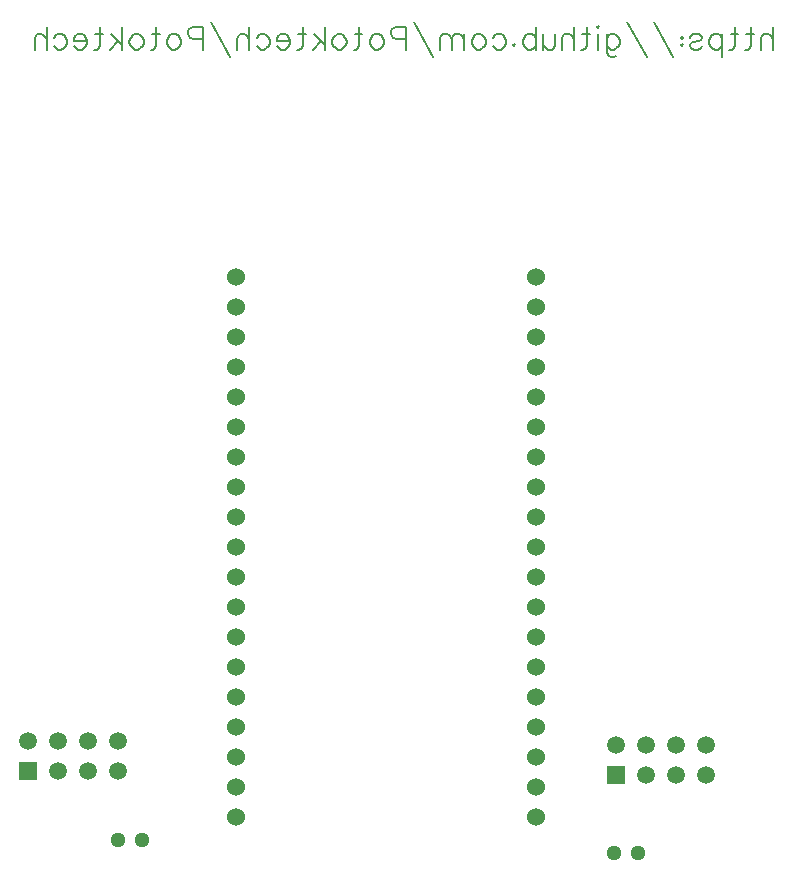
<source format=gbl>
G04 Layer: BottomLayer*
G04 EasyEDA v6.5.46, 2025-04-01 16:54:11*
G04 Gerber Generator version 0.2*
G04 Scale: 100 percent, Rotated: No, Reflected: No *
G04 Dimensions in inches *
G04 leading zeros omitted , absolute positions ,3 integer and 6 decimal *
%FSLAX36Y36*%
%MOIN*%

%ADD10C,0.0080*%
%ADD11C,0.0512*%
%ADD12C,0.0600*%
%ADD13R,0.0594X0.0594*%
%ADD14C,0.0594*%
%ADD15C,0.0176*%

%LPD*%
D10*
X4400000Y3495727D02*
G01*
X4400000Y3419364D01*
X4400000Y3455727D02*
G01*
X4389090Y3466635D01*
X4381818Y3470273D01*
X4370909Y3470273D01*
X4363635Y3466635D01*
X4360000Y3455727D01*
X4360000Y3419364D01*
X4325091Y3495727D02*
G01*
X4325091Y3433908D01*
X4321454Y3423000D01*
X4314182Y3419364D01*
X4306908Y3419364D01*
X4336000Y3470273D02*
G01*
X4310545Y3470273D01*
X4271999Y3495727D02*
G01*
X4271999Y3433908D01*
X4268364Y3423000D01*
X4261090Y3419364D01*
X4253818Y3419364D01*
X4282909Y3470273D02*
G01*
X4257455Y3470273D01*
X4229817Y3470273D02*
G01*
X4229817Y3393908D01*
X4229817Y3459364D02*
G01*
X4222545Y3466635D01*
X4215272Y3470273D01*
X4204363Y3470273D01*
X4197091Y3466635D01*
X4189817Y3459364D01*
X4186181Y3448454D01*
X4186181Y3441181D01*
X4189817Y3430273D01*
X4197091Y3423000D01*
X4204363Y3419364D01*
X4215272Y3419364D01*
X4222545Y3423000D01*
X4229817Y3430273D01*
X4122182Y3459364D02*
G01*
X4125817Y3466635D01*
X4136727Y3470273D01*
X4147636Y3470273D01*
X4158545Y3466635D01*
X4162182Y3459364D01*
X4158545Y3452091D01*
X4151273Y3448454D01*
X4133091Y3444818D01*
X4125817Y3441181D01*
X4122182Y3433908D01*
X4122182Y3430273D01*
X4125817Y3423000D01*
X4136727Y3419364D01*
X4147636Y3419364D01*
X4158545Y3423000D01*
X4162182Y3430273D01*
X4094544Y3463000D02*
G01*
X4098181Y3459364D01*
X4094544Y3455727D01*
X4090909Y3459364D01*
X4094544Y3463000D01*
X4094544Y3437545D02*
G01*
X4098181Y3433908D01*
X4094544Y3430273D01*
X4090909Y3433908D01*
X4094544Y3437545D01*
X4001454Y3510273D02*
G01*
X4066908Y3393908D01*
X3911999Y3510273D02*
G01*
X3977455Y3393908D01*
X3844363Y3470273D02*
G01*
X3844363Y3412091D01*
X3848000Y3401181D01*
X3851635Y3397545D01*
X3858909Y3393908D01*
X3869817Y3393908D01*
X3877091Y3397545D01*
X3844363Y3459364D02*
G01*
X3851635Y3466635D01*
X3858909Y3470273D01*
X3869817Y3470273D01*
X3877091Y3466635D01*
X3884363Y3459364D01*
X3888000Y3448454D01*
X3888000Y3441181D01*
X3884363Y3430273D01*
X3877091Y3423000D01*
X3869817Y3419364D01*
X3858909Y3419364D01*
X3851635Y3423000D01*
X3844363Y3430273D01*
X3820363Y3495727D02*
G01*
X3816727Y3492091D01*
X3813091Y3495727D01*
X3816727Y3499364D01*
X3820363Y3495727D01*
X3816727Y3470273D02*
G01*
X3816727Y3419364D01*
X3778181Y3495727D02*
G01*
X3778181Y3433908D01*
X3774544Y3423000D01*
X3767272Y3419364D01*
X3760000Y3419364D01*
X3789090Y3470273D02*
G01*
X3763635Y3470273D01*
X3736000Y3495727D02*
G01*
X3736000Y3419364D01*
X3736000Y3455727D02*
G01*
X3725091Y3466635D01*
X3717817Y3470273D01*
X3706908Y3470273D01*
X3699636Y3466635D01*
X3696000Y3455727D01*
X3696000Y3419364D01*
X3671999Y3470273D02*
G01*
X3671999Y3433908D01*
X3668364Y3423000D01*
X3661090Y3419364D01*
X3650182Y3419364D01*
X3642908Y3423000D01*
X3631999Y3433908D01*
X3631999Y3470273D02*
G01*
X3631999Y3419364D01*
X3608000Y3495727D02*
G01*
X3608000Y3419364D01*
X3608000Y3459364D02*
G01*
X3600726Y3466635D01*
X3593455Y3470273D01*
X3582545Y3470273D01*
X3575272Y3466635D01*
X3568000Y3459364D01*
X3564363Y3448454D01*
X3564363Y3441181D01*
X3568000Y3430273D01*
X3575272Y3423000D01*
X3582545Y3419364D01*
X3593455Y3419364D01*
X3600726Y3423000D01*
X3608000Y3430273D01*
X3536727Y3437545D02*
G01*
X3540363Y3433908D01*
X3536727Y3430273D01*
X3533091Y3433908D01*
X3536727Y3437545D01*
X3465455Y3459364D02*
G01*
X3472727Y3466635D01*
X3480000Y3470273D01*
X3490909Y3470273D01*
X3498181Y3466635D01*
X3505455Y3459364D01*
X3509090Y3448454D01*
X3509090Y3441181D01*
X3505455Y3430273D01*
X3498181Y3423000D01*
X3490909Y3419364D01*
X3480000Y3419364D01*
X3472727Y3423000D01*
X3465455Y3430273D01*
X3423272Y3470273D02*
G01*
X3430545Y3466635D01*
X3437817Y3459364D01*
X3441454Y3448454D01*
X3441454Y3441181D01*
X3437817Y3430273D01*
X3430545Y3423000D01*
X3423272Y3419364D01*
X3412363Y3419364D01*
X3405091Y3423000D01*
X3397817Y3430273D01*
X3394182Y3441181D01*
X3394182Y3448454D01*
X3397817Y3459364D01*
X3405091Y3466635D01*
X3412363Y3470273D01*
X3423272Y3470273D01*
X3370182Y3470273D02*
G01*
X3370182Y3419364D01*
X3370182Y3455727D02*
G01*
X3359273Y3466635D01*
X3351999Y3470273D01*
X3341090Y3470273D01*
X3333818Y3466635D01*
X3330182Y3455727D01*
X3330182Y3419364D01*
X3330182Y3455727D02*
G01*
X3319273Y3466635D01*
X3311999Y3470273D01*
X3301090Y3470273D01*
X3293818Y3466635D01*
X3290182Y3455727D01*
X3290182Y3419364D01*
X3200726Y3510273D02*
G01*
X3266181Y3393908D01*
X3176727Y3495727D02*
G01*
X3176727Y3419364D01*
X3176727Y3495727D02*
G01*
X3143999Y3495727D01*
X3133091Y3492091D01*
X3129454Y3488454D01*
X3125817Y3481181D01*
X3125817Y3470273D01*
X3129454Y3463000D01*
X3133091Y3459364D01*
X3143999Y3455727D01*
X3176727Y3455727D01*
X3083635Y3470273D02*
G01*
X3090909Y3466635D01*
X3098181Y3459364D01*
X3101818Y3448454D01*
X3101818Y3441181D01*
X3098181Y3430273D01*
X3090909Y3423000D01*
X3083635Y3419364D01*
X3072727Y3419364D01*
X3065455Y3423000D01*
X3058181Y3430273D01*
X3054544Y3441181D01*
X3054544Y3448454D01*
X3058181Y3459364D01*
X3065455Y3466635D01*
X3072727Y3470273D01*
X3083635Y3470273D01*
X3019636Y3495727D02*
G01*
X3019636Y3433908D01*
X3016000Y3423000D01*
X3008726Y3419364D01*
X3001454Y3419364D01*
X3030545Y3470273D02*
G01*
X3005091Y3470273D01*
X2959273Y3470273D02*
G01*
X2966544Y3466635D01*
X2973818Y3459364D01*
X2977455Y3448454D01*
X2977455Y3441181D01*
X2973818Y3430273D01*
X2966544Y3423000D01*
X2959273Y3419364D01*
X2948364Y3419364D01*
X2941090Y3423000D01*
X2933818Y3430273D01*
X2930182Y3441181D01*
X2930182Y3448454D01*
X2933818Y3459364D01*
X2941090Y3466635D01*
X2948364Y3470273D01*
X2959273Y3470273D01*
X2906181Y3495727D02*
G01*
X2906181Y3419364D01*
X2869817Y3470273D02*
G01*
X2906181Y3433908D01*
X2891635Y3448454D02*
G01*
X2866181Y3419364D01*
X2831273Y3495727D02*
G01*
X2831273Y3433908D01*
X2827636Y3423000D01*
X2820363Y3419364D01*
X2813091Y3419364D01*
X2842182Y3470273D02*
G01*
X2816727Y3470273D01*
X2789090Y3448454D02*
G01*
X2745455Y3448454D01*
X2745455Y3455727D01*
X2749090Y3463000D01*
X2752727Y3466635D01*
X2760000Y3470273D01*
X2770909Y3470273D01*
X2778181Y3466635D01*
X2785455Y3459364D01*
X2789090Y3448454D01*
X2789090Y3441181D01*
X2785455Y3430273D01*
X2778181Y3423000D01*
X2770909Y3419364D01*
X2760000Y3419364D01*
X2752727Y3423000D01*
X2745455Y3430273D01*
X2677817Y3459364D02*
G01*
X2685091Y3466635D01*
X2692363Y3470273D01*
X2703272Y3470273D01*
X2710545Y3466635D01*
X2717817Y3459364D01*
X2721454Y3448454D01*
X2721454Y3441181D01*
X2717817Y3430273D01*
X2710545Y3423000D01*
X2703272Y3419364D01*
X2692363Y3419364D01*
X2685091Y3423000D01*
X2677817Y3430273D01*
X2653818Y3495727D02*
G01*
X2653818Y3419364D01*
X2653818Y3455727D02*
G01*
X2642908Y3466635D01*
X2635636Y3470273D01*
X2624727Y3470273D01*
X2617455Y3466635D01*
X2613818Y3455727D01*
X2613818Y3419364D01*
X2524363Y3510273D02*
G01*
X2589817Y3393908D01*
X2500363Y3495727D02*
G01*
X2500363Y3419364D01*
X2500363Y3495727D02*
G01*
X2467636Y3495727D01*
X2456727Y3492091D01*
X2453091Y3488454D01*
X2449454Y3481181D01*
X2449454Y3470273D01*
X2453091Y3463000D01*
X2456727Y3459364D01*
X2467636Y3455727D01*
X2500363Y3455727D01*
X2407272Y3470273D02*
G01*
X2414544Y3466635D01*
X2421818Y3459364D01*
X2425455Y3448454D01*
X2425455Y3441181D01*
X2421818Y3430273D01*
X2414544Y3423000D01*
X2407272Y3419364D01*
X2396364Y3419364D01*
X2389090Y3423000D01*
X2381818Y3430273D01*
X2378181Y3441181D01*
X2378181Y3448454D01*
X2381818Y3459364D01*
X2389090Y3466635D01*
X2396364Y3470273D01*
X2407272Y3470273D01*
X2343272Y3495727D02*
G01*
X2343272Y3433908D01*
X2339636Y3423000D01*
X2332363Y3419364D01*
X2325091Y3419364D01*
X2354182Y3470273D02*
G01*
X2328726Y3470273D01*
X2282908Y3470273D02*
G01*
X2290182Y3466635D01*
X2297455Y3459364D01*
X2301090Y3448454D01*
X2301090Y3441181D01*
X2297455Y3430273D01*
X2290182Y3423000D01*
X2282908Y3419364D01*
X2271999Y3419364D01*
X2264727Y3423000D01*
X2257455Y3430273D01*
X2253818Y3441181D01*
X2253818Y3448454D01*
X2257455Y3459364D01*
X2264727Y3466635D01*
X2271999Y3470273D01*
X2282908Y3470273D01*
X2229817Y3495727D02*
G01*
X2229817Y3419364D01*
X2193455Y3470273D02*
G01*
X2229817Y3433908D01*
X2215272Y3448454D02*
G01*
X2189817Y3419364D01*
X2154908Y3495727D02*
G01*
X2154908Y3433908D01*
X2151273Y3423000D01*
X2143999Y3419364D01*
X2136727Y3419364D01*
X2165817Y3470273D02*
G01*
X2140363Y3470273D01*
X2112727Y3448454D02*
G01*
X2069090Y3448454D01*
X2069090Y3455727D01*
X2072727Y3463000D01*
X2076364Y3466635D01*
X2083635Y3470273D01*
X2094544Y3470273D01*
X2101818Y3466635D01*
X2109090Y3459364D01*
X2112727Y3448454D01*
X2112727Y3441181D01*
X2109090Y3430273D01*
X2101818Y3423000D01*
X2094544Y3419364D01*
X2083635Y3419364D01*
X2076364Y3423000D01*
X2069090Y3430273D01*
X2001454Y3459364D02*
G01*
X2008726Y3466635D01*
X2016000Y3470273D01*
X2026908Y3470273D01*
X2034182Y3466635D01*
X2041454Y3459364D01*
X2045091Y3448454D01*
X2045091Y3441181D01*
X2041454Y3430273D01*
X2034182Y3423000D01*
X2026908Y3419364D01*
X2016000Y3419364D01*
X2008726Y3423000D01*
X2001454Y3430273D01*
X1977455Y3495727D02*
G01*
X1977455Y3419364D01*
X1977455Y3455727D02*
G01*
X1966544Y3466635D01*
X1959273Y3470273D01*
X1948364Y3470273D01*
X1941090Y3466635D01*
X1937455Y3455727D01*
X1937455Y3419364D01*
D11*
G01*
X2215630Y785000D03*
G01*
X2294369Y785000D03*
G01*
X3870630Y740000D03*
G01*
X3949369Y740000D03*
D12*
G01*
X2610000Y2660000D03*
G01*
X2610000Y2560000D03*
G01*
X2610000Y2460000D03*
G01*
X2610000Y2360000D03*
G01*
X2610000Y2260000D03*
G01*
X2610000Y2160000D03*
G01*
X2610000Y2060000D03*
G01*
X2610000Y1960000D03*
G01*
X2610000Y1860000D03*
G01*
X2610000Y1760000D03*
G01*
X2610000Y1660000D03*
G01*
X2610000Y1560000D03*
G01*
X2610000Y1460000D03*
G01*
X2610000Y1360000D03*
G01*
X2610000Y1260000D03*
G01*
X2610000Y1160000D03*
G01*
X2610000Y1060000D03*
G01*
X2610000Y960000D03*
G01*
X2610000Y860000D03*
G01*
X3610000Y860000D03*
G01*
X3610000Y960000D03*
G01*
X3610000Y1060000D03*
G01*
X3610000Y1160000D03*
G01*
X3610000Y1260000D03*
G01*
X3610000Y1360000D03*
G01*
X3610000Y1460000D03*
G01*
X3610000Y1560000D03*
G01*
X3610000Y1660000D03*
G01*
X3610000Y1760000D03*
G01*
X3610000Y1860000D03*
G01*
X3610000Y1960000D03*
G01*
X3610000Y2060000D03*
G01*
X3610000Y2160000D03*
G01*
X3610000Y2260000D03*
G01*
X3610000Y2360000D03*
G01*
X3610000Y2460000D03*
G01*
X3610000Y2560000D03*
G01*
X3610000Y2660000D03*
D13*
G01*
X1915000Y1015000D03*
D14*
G01*
X1915000Y1115000D03*
G01*
X2015000Y1015000D03*
G01*
X2015000Y1115000D03*
G01*
X2115000Y1015000D03*
G01*
X2115000Y1115000D03*
G01*
X2215000Y1015000D03*
G01*
X2215000Y1115000D03*
D13*
G01*
X3875000Y1000000D03*
D14*
G01*
X3875000Y1100000D03*
G01*
X3975000Y1000000D03*
G01*
X3975000Y1100000D03*
G01*
X4075000Y1000000D03*
G01*
X4075000Y1100000D03*
G01*
X4175000Y1000000D03*
G01*
X4175000Y1100000D03*
M02*

</source>
